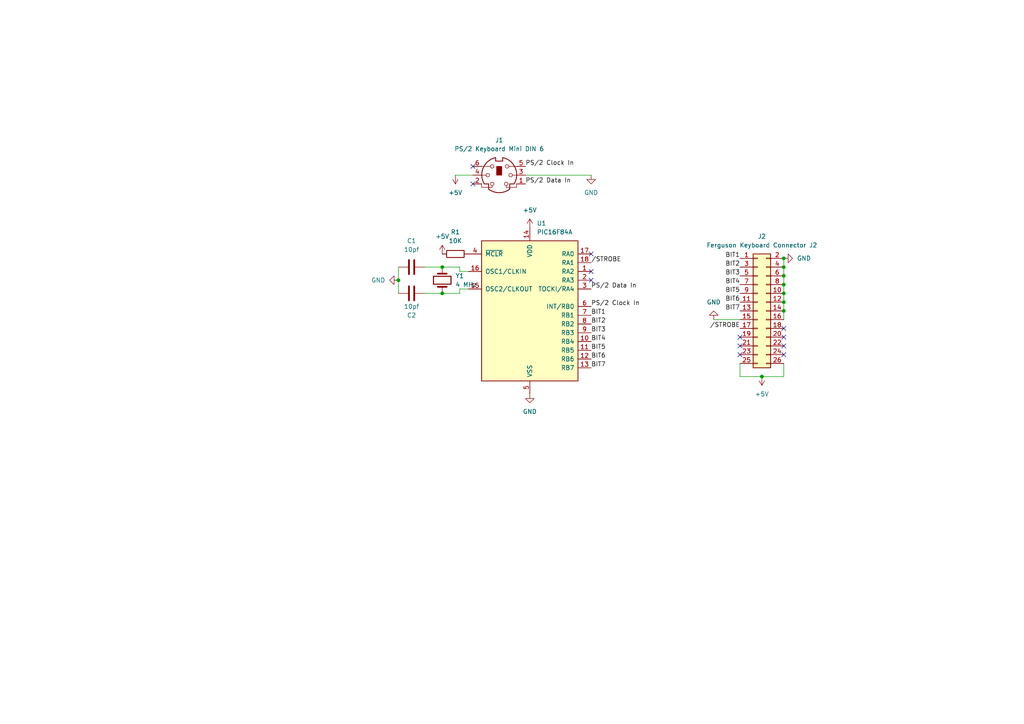
<source format=kicad_sch>
(kicad_sch (version 20211123) (generator eeschema)

  (uuid a87b4db2-d65f-40d8-a84e-24a23895d870)

  (paper "A4")

  (title_block
    (date "2023-03-03")
    (rev "v1.0")
  )

  (lib_symbols
    (symbol "Connector:Mini-DIN-6" (pin_names (offset 1.016)) (in_bom yes) (on_board yes)
      (property "Reference" "J" (id 0) (at 0 6.35 0)
        (effects (font (size 1.27 1.27)))
      )
      (property "Value" "Mini-DIN-6" (id 1) (at 0 -6.35 0)
        (effects (font (size 1.27 1.27)))
      )
      (property "Footprint" "" (id 2) (at 0 0 0)
        (effects (font (size 1.27 1.27)) hide)
      )
      (property "Datasheet" "http://service.powerdynamics.com/ec/Catalog17/Section%2011.pdf" (id 3) (at 0 0 0)
        (effects (font (size 1.27 1.27)) hide)
      )
      (property "ki_keywords" "Mini-DIN" (id 4) (at 0 0 0)
        (effects (font (size 1.27 1.27)) hide)
      )
      (property "ki_description" "6-pin Mini-DIN connector" (id 5) (at 0 0 0)
        (effects (font (size 1.27 1.27)) hide)
      )
      (property "ki_fp_filters" "MINI?DIN*" (id 6) (at 0 0 0)
        (effects (font (size 1.27 1.27)) hide)
      )
      (symbol "Mini-DIN-6_0_1"
        (circle (center -3.302 0) (radius 0.508)
          (stroke (width 0) (type default) (color 0 0 0 0))
          (fill (type none))
        )
        (arc (start -3.048 -4.064) (mid 0 -5.08) (end 3.048 -4.064)
          (stroke (width 0.254) (type default) (color 0 0 0 0))
          (fill (type none))
        )
        (circle (center -2.032 -2.54) (radius 0.508)
          (stroke (width 0) (type default) (color 0 0 0 0))
          (fill (type none))
        )
        (circle (center -2.032 2.54) (radius 0.508)
          (stroke (width 0) (type default) (color 0 0 0 0))
          (fill (type none))
        )
        (arc (start -1.016 5.08) (mid -4.6228 2.1214) (end -4.318 -2.54)
          (stroke (width 0.254) (type default) (color 0 0 0 0))
          (fill (type none))
        )
        (rectangle (start -0.762 2.54) (end 0.762 0)
          (stroke (width 0) (type default) (color 0 0 0 0))
          (fill (type outline))
        )
        (polyline
          (pts
            (xy -3.81 0)
            (xy -5.08 0)
          )
          (stroke (width 0) (type default) (color 0 0 0 0))
          (fill (type none))
        )
        (polyline
          (pts
            (xy -2.54 2.54)
            (xy -5.08 2.54)
          )
          (stroke (width 0) (type default) (color 0 0 0 0))
          (fill (type none))
        )
        (polyline
          (pts
            (xy 2.794 2.54)
            (xy 5.08 2.54)
          )
          (stroke (width 0) (type default) (color 0 0 0 0))
          (fill (type none))
        )
        (polyline
          (pts
            (xy 5.08 0)
            (xy 3.81 0)
          )
          (stroke (width 0) (type default) (color 0 0 0 0))
          (fill (type none))
        )
        (polyline
          (pts
            (xy -4.318 -2.54)
            (xy -3.048 -2.54)
            (xy -3.048 -4.064)
          )
          (stroke (width 0.254) (type default) (color 0 0 0 0))
          (fill (type none))
        )
        (polyline
          (pts
            (xy 4.318 -2.54)
            (xy 3.048 -2.54)
            (xy 3.048 -4.064)
          )
          (stroke (width 0.254) (type default) (color 0 0 0 0))
          (fill (type none))
        )
        (polyline
          (pts
            (xy -2.032 -3.048)
            (xy -2.032 -3.556)
            (xy -5.08 -3.556)
            (xy -5.08 -2.54)
          )
          (stroke (width 0) (type default) (color 0 0 0 0))
          (fill (type none))
        )
        (polyline
          (pts
            (xy -1.016 5.08)
            (xy -1.016 4.064)
            (xy 1.016 4.064)
            (xy 1.016 5.08)
          )
          (stroke (width 0.254) (type default) (color 0 0 0 0))
          (fill (type none))
        )
        (polyline
          (pts
            (xy 2.032 -3.048)
            (xy 2.032 -3.556)
            (xy 5.08 -3.556)
            (xy 5.08 -2.54)
          )
          (stroke (width 0) (type default) (color 0 0 0 0))
          (fill (type none))
        )
        (circle (center 2.032 -2.54) (radius 0.508)
          (stroke (width 0) (type default) (color 0 0 0 0))
          (fill (type none))
        )
        (circle (center 2.286 2.54) (radius 0.508)
          (stroke (width 0) (type default) (color 0 0 0 0))
          (fill (type none))
        )
        (circle (center 3.302 0) (radius 0.508)
          (stroke (width 0) (type default) (color 0 0 0 0))
          (fill (type none))
        )
        (arc (start 4.318 -2.54) (mid 4.6661 2.1322) (end 1.016 5.08)
          (stroke (width 0.254) (type default) (color 0 0 0 0))
          (fill (type none))
        )
      )
      (symbol "Mini-DIN-6_1_1"
        (pin passive line (at 7.62 -2.54 180) (length 2.54)
          (name "~" (effects (font (size 1.27 1.27))))
          (number "1" (effects (font (size 1.27 1.27))))
        )
        (pin passive line (at -7.62 -2.54 0) (length 2.54)
          (name "~" (effects (font (size 1.27 1.27))))
          (number "2" (effects (font (size 1.27 1.27))))
        )
        (pin passive line (at 7.62 0 180) (length 2.54)
          (name "~" (effects (font (size 1.27 1.27))))
          (number "3" (effects (font (size 1.27 1.27))))
        )
        (pin passive line (at -7.62 0 0) (length 2.54)
          (name "~" (effects (font (size 1.27 1.27))))
          (number "4" (effects (font (size 1.27 1.27))))
        )
        (pin passive line (at 7.62 2.54 180) (length 2.54)
          (name "~" (effects (font (size 1.27 1.27))))
          (number "5" (effects (font (size 1.27 1.27))))
        )
        (pin passive line (at -7.62 2.54 0) (length 2.54)
          (name "~" (effects (font (size 1.27 1.27))))
          (number "6" (effects (font (size 1.27 1.27))))
        )
      )
    )
    (symbol "Connector_Generic:Conn_02x13_Odd_Even" (pin_names (offset 1.016) hide) (in_bom yes) (on_board yes)
      (property "Reference" "J" (id 0) (at 1.27 17.78 0)
        (effects (font (size 1.27 1.27)))
      )
      (property "Value" "Conn_02x13_Odd_Even" (id 1) (at 1.27 -17.78 0)
        (effects (font (size 1.27 1.27)))
      )
      (property "Footprint" "" (id 2) (at 0 0 0)
        (effects (font (size 1.27 1.27)) hide)
      )
      (property "Datasheet" "~" (id 3) (at 0 0 0)
        (effects (font (size 1.27 1.27)) hide)
      )
      (property "ki_keywords" "connector" (id 4) (at 0 0 0)
        (effects (font (size 1.27 1.27)) hide)
      )
      (property "ki_description" "Generic connector, double row, 02x13, odd/even pin numbering scheme (row 1 odd numbers, row 2 even numbers), script generated (kicad-library-utils/schlib/autogen/connector/)" (id 5) (at 0 0 0)
        (effects (font (size 1.27 1.27)) hide)
      )
      (property "ki_fp_filters" "Connector*:*_2x??_*" (id 6) (at 0 0 0)
        (effects (font (size 1.27 1.27)) hide)
      )
      (symbol "Conn_02x13_Odd_Even_1_1"
        (rectangle (start -1.27 -15.113) (end 0 -15.367)
          (stroke (width 0.1524) (type default) (color 0 0 0 0))
          (fill (type none))
        )
        (rectangle (start -1.27 -12.573) (end 0 -12.827)
          (stroke (width 0.1524) (type default) (color 0 0 0 0))
          (fill (type none))
        )
        (rectangle (start -1.27 -10.033) (end 0 -10.287)
          (stroke (width 0.1524) (type default) (color 0 0 0 0))
          (fill (type none))
        )
        (rectangle (start -1.27 -7.493) (end 0 -7.747)
          (stroke (width 0.1524) (type default) (color 0 0 0 0))
          (fill (type none))
        )
        (rectangle (start -1.27 -4.953) (end 0 -5.207)
          (stroke (width 0.1524) (type default) (color 0 0 0 0))
          (fill (type none))
        )
        (rectangle (start -1.27 -2.413) (end 0 -2.667)
          (stroke (width 0.1524) (type default) (color 0 0 0 0))
          (fill (type none))
        )
        (rectangle (start -1.27 0.127) (end 0 -0.127)
          (stroke (width 0.1524) (type default) (color 0 0 0 0))
          (fill (type none))
        )
        (rectangle (start -1.27 2.667) (end 0 2.413)
          (stroke (width 0.1524) (type default) (color 0 0 0 0))
          (fill (type none))
        )
        (rectangle (start -1.27 5.207) (end 0 4.953)
          (stroke (width 0.1524) (type default) (color 0 0 0 0))
          (fill (type none))
        )
        (rectangle (start -1.27 7.747) (end 0 7.493)
          (stroke (width 0.1524) (type default) (color 0 0 0 0))
          (fill (type none))
        )
        (rectangle (start -1.27 10.287) (end 0 10.033)
          (stroke (width 0.1524) (type default) (color 0 0 0 0))
          (fill (type none))
        )
        (rectangle (start -1.27 12.827) (end 0 12.573)
          (stroke (width 0.1524) (type default) (color 0 0 0 0))
          (fill (type none))
        )
        (rectangle (start -1.27 15.367) (end 0 15.113)
          (stroke (width 0.1524) (type default) (color 0 0 0 0))
          (fill (type none))
        )
        (rectangle (start -1.27 16.51) (end 3.81 -16.51)
          (stroke (width 0.254) (type default) (color 0 0 0 0))
          (fill (type background))
        )
        (rectangle (start 3.81 -15.113) (end 2.54 -15.367)
          (stroke (width 0.1524) (type default) (color 0 0 0 0))
          (fill (type none))
        )
        (rectangle (start 3.81 -12.573) (end 2.54 -12.827)
          (stroke (width 0.1524) (type default) (color 0 0 0 0))
          (fill (type none))
        )
        (rectangle (start 3.81 -10.033) (end 2.54 -10.287)
          (stroke (width 0.1524) (type default) (color 0 0 0 0))
          (fill (type none))
        )
        (rectangle (start 3.81 -7.493) (end 2.54 -7.747)
          (stroke (width 0.1524) (type default) (color 0 0 0 0))
          (fill (type none))
        )
        (rectangle (start 3.81 -4.953) (end 2.54 -5.207)
          (stroke (width 0.1524) (type default) (color 0 0 0 0))
          (fill (type none))
        )
        (rectangle (start 3.81 -2.413) (end 2.54 -2.667)
          (stroke (width 0.1524) (type default) (color 0 0 0 0))
          (fill (type none))
        )
        (rectangle (start 3.81 0.127) (end 2.54 -0.127)
          (stroke (width 0.1524) (type default) (color 0 0 0 0))
          (fill (type none))
        )
        (rectangle (start 3.81 2.667) (end 2.54 2.413)
          (stroke (width 0.1524) (type default) (color 0 0 0 0))
          (fill (type none))
        )
        (rectangle (start 3.81 5.207) (end 2.54 4.953)
          (stroke (width 0.1524) (type default) (color 0 0 0 0))
          (fill (type none))
        )
        (rectangle (start 3.81 7.747) (end 2.54 7.493)
          (stroke (width 0.1524) (type default) (color 0 0 0 0))
          (fill (type none))
        )
        (rectangle (start 3.81 10.287) (end 2.54 10.033)
          (stroke (width 0.1524) (type default) (color 0 0 0 0))
          (fill (type none))
        )
        (rectangle (start 3.81 12.827) (end 2.54 12.573)
          (stroke (width 0.1524) (type default) (color 0 0 0 0))
          (fill (type none))
        )
        (rectangle (start 3.81 15.367) (end 2.54 15.113)
          (stroke (width 0.1524) (type default) (color 0 0 0 0))
          (fill (type none))
        )
        (pin passive line (at -5.08 15.24 0) (length 3.81)
          (name "Pin_1" (effects (font (size 1.27 1.27))))
          (number "1" (effects (font (size 1.27 1.27))))
        )
        (pin passive line (at 7.62 5.08 180) (length 3.81)
          (name "Pin_10" (effects (font (size 1.27 1.27))))
          (number "10" (effects (font (size 1.27 1.27))))
        )
        (pin passive line (at -5.08 2.54 0) (length 3.81)
          (name "Pin_11" (effects (font (size 1.27 1.27))))
          (number "11" (effects (font (size 1.27 1.27))))
        )
        (pin passive line (at 7.62 2.54 180) (length 3.81)
          (name "Pin_12" (effects (font (size 1.27 1.27))))
          (number "12" (effects (font (size 1.27 1.27))))
        )
        (pin passive line (at -5.08 0 0) (length 3.81)
          (name "Pin_13" (effects (font (size 1.27 1.27))))
          (number "13" (effects (font (size 1.27 1.27))))
        )
        (pin passive line (at 7.62 0 180) (length 3.81)
          (name "Pin_14" (effects (font (size 1.27 1.27))))
          (number "14" (effects (font (size 1.27 1.27))))
        )
        (pin passive line (at -5.08 -2.54 0) (length 3.81)
          (name "Pin_15" (effects (font (size 1.27 1.27))))
          (number "15" (effects (font (size 1.27 1.27))))
        )
        (pin passive line (at 7.62 -2.54 180) (length 3.81)
          (name "Pin_16" (effects (font (size 1.27 1.27))))
          (number "16" (effects (font (size 1.27 1.27))))
        )
        (pin passive line (at -5.08 -5.08 0) (length 3.81)
          (name "Pin_17" (effects (font (size 1.27 1.27))))
          (number "17" (effects (font (size 1.27 1.27))))
        )
        (pin passive line (at 7.62 -5.08 180) (length 3.81)
          (name "Pin_18" (effects (font (size 1.27 1.27))))
          (number "18" (effects (font (size 1.27 1.27))))
        )
        (pin passive line (at -5.08 -7.62 0) (length 3.81)
          (name "Pin_19" (effects (font (size 1.27 1.27))))
          (number "19" (effects (font (size 1.27 1.27))))
        )
        (pin passive line (at 7.62 15.24 180) (length 3.81)
          (name "Pin_2" (effects (font (size 1.27 1.27))))
          (number "2" (effects (font (size 1.27 1.27))))
        )
        (pin passive line (at 7.62 -7.62 180) (length 3.81)
          (name "Pin_20" (effects (font (size 1.27 1.27))))
          (number "20" (effects (font (size 1.27 1.27))))
        )
        (pin passive line (at -5.08 -10.16 0) (length 3.81)
          (name "Pin_21" (effects (font (size 1.27 1.27))))
          (number "21" (effects (font (size 1.27 1.27))))
        )
        (pin passive line (at 7.62 -10.16 180) (length 3.81)
          (name "Pin_22" (effects (font (size 1.27 1.27))))
          (number "22" (effects (font (size 1.27 1.27))))
        )
        (pin passive line (at -5.08 -12.7 0) (length 3.81)
          (name "Pin_23" (effects (font (size 1.27 1.27))))
          (number "23" (effects (font (size 1.27 1.27))))
        )
        (pin passive line (at 7.62 -12.7 180) (length 3.81)
          (name "Pin_24" (effects (font (size 1.27 1.27))))
          (number "24" (effects (font (size 1.27 1.27))))
        )
        (pin passive line (at -5.08 -15.24 0) (length 3.81)
          (name "Pin_25" (effects (font (size 1.27 1.27))))
          (number "25" (effects (font (size 1.27 1.27))))
        )
        (pin passive line (at 7.62 -15.24 180) (length 3.81)
          (name "Pin_26" (effects (font (size 1.27 1.27))))
          (number "26" (effects (font (size 1.27 1.27))))
        )
        (pin passive line (at -5.08 12.7 0) (length 3.81)
          (name "Pin_3" (effects (font (size 1.27 1.27))))
          (number "3" (effects (font (size 1.27 1.27))))
        )
        (pin passive line (at 7.62 12.7 180) (length 3.81)
          (name "Pin_4" (effects (font (size 1.27 1.27))))
          (number "4" (effects (font (size 1.27 1.27))))
        )
        (pin passive line (at -5.08 10.16 0) (length 3.81)
          (name "Pin_5" (effects (font (size 1.27 1.27))))
          (number "5" (effects (font (size 1.27 1.27))))
        )
        (pin passive line (at 7.62 10.16 180) (length 3.81)
          (name "Pin_6" (effects (font (size 1.27 1.27))))
          (number "6" (effects (font (size 1.27 1.27))))
        )
        (pin passive line (at -5.08 7.62 0) (length 3.81)
          (name "Pin_7" (effects (font (size 1.27 1.27))))
          (number "7" (effects (font (size 1.27 1.27))))
        )
        (pin passive line (at 7.62 7.62 180) (length 3.81)
          (name "Pin_8" (effects (font (size 1.27 1.27))))
          (number "8" (effects (font (size 1.27 1.27))))
        )
        (pin passive line (at -5.08 5.08 0) (length 3.81)
          (name "Pin_9" (effects (font (size 1.27 1.27))))
          (number "9" (effects (font (size 1.27 1.27))))
        )
      )
    )
    (symbol "Device:C" (pin_numbers hide) (pin_names (offset 0.254)) (in_bom yes) (on_board yes)
      (property "Reference" "C" (id 0) (at 0.635 2.54 0)
        (effects (font (size 1.27 1.27)) (justify left))
      )
      (property "Value" "C" (id 1) (at 0.635 -2.54 0)
        (effects (font (size 1.27 1.27)) (justify left))
      )
      (property "Footprint" "" (id 2) (at 0.9652 -3.81 0)
        (effects (font (size 1.27 1.27)) hide)
      )
      (property "Datasheet" "~" (id 3) (at 0 0 0)
        (effects (font (size 1.27 1.27)) hide)
      )
      (property "ki_keywords" "cap capacitor" (id 4) (at 0 0 0)
        (effects (font (size 1.27 1.27)) hide)
      )
      (property "ki_description" "Unpolarized capacitor" (id 5) (at 0 0 0)
        (effects (font (size 1.27 1.27)) hide)
      )
      (property "ki_fp_filters" "C_*" (id 6) (at 0 0 0)
        (effects (font (size 1.27 1.27)) hide)
      )
      (symbol "C_0_1"
        (polyline
          (pts
            (xy -2.032 -0.762)
            (xy 2.032 -0.762)
          )
          (stroke (width 0.508) (type default) (color 0 0 0 0))
          (fill (type none))
        )
        (polyline
          (pts
            (xy -2.032 0.762)
            (xy 2.032 0.762)
          )
          (stroke (width 0.508) (type default) (color 0 0 0 0))
          (fill (type none))
        )
      )
      (symbol "C_1_1"
        (pin passive line (at 0 3.81 270) (length 2.794)
          (name "~" (effects (font (size 1.27 1.27))))
          (number "1" (effects (font (size 1.27 1.27))))
        )
        (pin passive line (at 0 -3.81 90) (length 2.794)
          (name "~" (effects (font (size 1.27 1.27))))
          (number "2" (effects (font (size 1.27 1.27))))
        )
      )
    )
    (symbol "Device:Crystal" (pin_numbers hide) (pin_names (offset 1.016) hide) (in_bom yes) (on_board yes)
      (property "Reference" "Y" (id 0) (at 0 3.81 0)
        (effects (font (size 1.27 1.27)))
      )
      (property "Value" "Crystal" (id 1) (at 0 -3.81 0)
        (effects (font (size 1.27 1.27)))
      )
      (property "Footprint" "" (id 2) (at 0 0 0)
        (effects (font (size 1.27 1.27)) hide)
      )
      (property "Datasheet" "~" (id 3) (at 0 0 0)
        (effects (font (size 1.27 1.27)) hide)
      )
      (property "ki_keywords" "quartz ceramic resonator oscillator" (id 4) (at 0 0 0)
        (effects (font (size 1.27 1.27)) hide)
      )
      (property "ki_description" "Two pin crystal" (id 5) (at 0 0 0)
        (effects (font (size 1.27 1.27)) hide)
      )
      (property "ki_fp_filters" "Crystal*" (id 6) (at 0 0 0)
        (effects (font (size 1.27 1.27)) hide)
      )
      (symbol "Crystal_0_1"
        (rectangle (start -1.143 2.54) (end 1.143 -2.54)
          (stroke (width 0.3048) (type default) (color 0 0 0 0))
          (fill (type none))
        )
        (polyline
          (pts
            (xy -2.54 0)
            (xy -1.905 0)
          )
          (stroke (width 0) (type default) (color 0 0 0 0))
          (fill (type none))
        )
        (polyline
          (pts
            (xy -1.905 -1.27)
            (xy -1.905 1.27)
          )
          (stroke (width 0.508) (type default) (color 0 0 0 0))
          (fill (type none))
        )
        (polyline
          (pts
            (xy 1.905 -1.27)
            (xy 1.905 1.27)
          )
          (stroke (width 0.508) (type default) (color 0 0 0 0))
          (fill (type none))
        )
        (polyline
          (pts
            (xy 2.54 0)
            (xy 1.905 0)
          )
          (stroke (width 0) (type default) (color 0 0 0 0))
          (fill (type none))
        )
      )
      (symbol "Crystal_1_1"
        (pin passive line (at -3.81 0 0) (length 1.27)
          (name "1" (effects (font (size 1.27 1.27))))
          (number "1" (effects (font (size 1.27 1.27))))
        )
        (pin passive line (at 3.81 0 180) (length 1.27)
          (name "2" (effects (font (size 1.27 1.27))))
          (number "2" (effects (font (size 1.27 1.27))))
        )
      )
    )
    (symbol "Device:R" (pin_numbers hide) (pin_names (offset 0)) (in_bom yes) (on_board yes)
      (property "Reference" "R" (id 0) (at 2.032 0 90)
        (effects (font (size 1.27 1.27)))
      )
      (property "Value" "R" (id 1) (at 0 0 90)
        (effects (font (size 1.27 1.27)))
      )
      (property "Footprint" "" (id 2) (at -1.778 0 90)
        (effects (font (size 1.27 1.27)) hide)
      )
      (property "Datasheet" "~" (id 3) (at 0 0 0)
        (effects (font (size 1.27 1.27)) hide)
      )
      (property "ki_keywords" "R res resistor" (id 4) (at 0 0 0)
        (effects (font (size 1.27 1.27)) hide)
      )
      (property "ki_description" "Resistor" (id 5) (at 0 0 0)
        (effects (font (size 1.27 1.27)) hide)
      )
      (property "ki_fp_filters" "R_*" (id 6) (at 0 0 0)
        (effects (font (size 1.27 1.27)) hide)
      )
      (symbol "R_0_1"
        (rectangle (start -1.016 -2.54) (end 1.016 2.54)
          (stroke (width 0.254) (type default) (color 0 0 0 0))
          (fill (type none))
        )
      )
      (symbol "R_1_1"
        (pin passive line (at 0 3.81 270) (length 1.27)
          (name "~" (effects (font (size 1.27 1.27))))
          (number "1" (effects (font (size 1.27 1.27))))
        )
        (pin passive line (at 0 -3.81 90) (length 1.27)
          (name "~" (effects (font (size 1.27 1.27))))
          (number "2" (effects (font (size 1.27 1.27))))
        )
      )
    )
    (symbol "MCU_Microchip_PIC16:PIC16F84A-XXP" (pin_names (offset 1.016)) (in_bom yes) (on_board yes)
      (property "Reference" "U" (id 0) (at 2.54 22.86 0)
        (effects (font (size 1.27 1.27)) (justify left))
      )
      (property "Value" "PIC16F84A-XXP" (id 1) (at 2.54 20.32 0)
        (effects (font (size 1.27 1.27)) (justify left))
      )
      (property "Footprint" "" (id 2) (at 0 0 0)
        (effects (font (size 1.27 1.27) italic) hide)
      )
      (property "Datasheet" "http://ww1.microchip.com/downloads/en/devicedoc/35007b.pdf" (id 3) (at 0 0 0)
        (effects (font (size 1.27 1.27)) hide)
      )
      (property "ki_keywords" "Flash-Based 8-Bit Microcontroller" (id 4) (at 0 0 0)
        (effects (font (size 1.27 1.27)) hide)
      )
      (property "ki_description" "PIC16F84A, 1K Flash, 68B SRAM, 64B EEPROM, DIP18" (id 5) (at 0 0 0)
        (effects (font (size 1.27 1.27)) hide)
      )
      (property "ki_fp_filters" "DIP* PDIP*" (id 6) (at 0 0 0)
        (effects (font (size 1.27 1.27)) hide)
      )
      (symbol "PIC16F84A-XXP_0_1"
        (rectangle (start -13.97 19.05) (end 13.97 -21.59)
          (stroke (width 0.254) (type default) (color 0 0 0 0))
          (fill (type background))
        )
      )
      (symbol "PIC16F84A-XXP_1_1"
        (pin bidirectional line (at 17.78 10.16 180) (length 3.81)
          (name "RA2" (effects (font (size 1.27 1.27))))
          (number "1" (effects (font (size 1.27 1.27))))
        )
        (pin bidirectional line (at 17.78 -10.16 180) (length 3.81)
          (name "RB4" (effects (font (size 1.27 1.27))))
          (number "10" (effects (font (size 1.27 1.27))))
        )
        (pin bidirectional line (at 17.78 -12.7 180) (length 3.81)
          (name "RB5" (effects (font (size 1.27 1.27))))
          (number "11" (effects (font (size 1.27 1.27))))
        )
        (pin bidirectional line (at 17.78 -15.24 180) (length 3.81)
          (name "RB6" (effects (font (size 1.27 1.27))))
          (number "12" (effects (font (size 1.27 1.27))))
        )
        (pin bidirectional line (at 17.78 -17.78 180) (length 3.81)
          (name "RB7" (effects (font (size 1.27 1.27))))
          (number "13" (effects (font (size 1.27 1.27))))
        )
        (pin power_in line (at 0 22.86 270) (length 3.81)
          (name "VDD" (effects (font (size 1.27 1.27))))
          (number "14" (effects (font (size 1.27 1.27))))
        )
        (pin output line (at -17.78 5.08 0) (length 3.81)
          (name "OSC2/CLKOUT" (effects (font (size 1.27 1.27))))
          (number "15" (effects (font (size 1.27 1.27))))
        )
        (pin input line (at -17.78 10.16 0) (length 3.81)
          (name "OSC1/CLKIN" (effects (font (size 1.27 1.27))))
          (number "16" (effects (font (size 1.27 1.27))))
        )
        (pin bidirectional line (at 17.78 15.24 180) (length 3.81)
          (name "RA0" (effects (font (size 1.27 1.27))))
          (number "17" (effects (font (size 1.27 1.27))))
        )
        (pin bidirectional line (at 17.78 12.7 180) (length 3.81)
          (name "RA1" (effects (font (size 1.27 1.27))))
          (number "18" (effects (font (size 1.27 1.27))))
        )
        (pin bidirectional line (at 17.78 7.62 180) (length 3.81)
          (name "RA3" (effects (font (size 1.27 1.27))))
          (number "2" (effects (font (size 1.27 1.27))))
        )
        (pin bidirectional line (at 17.78 5.08 180) (length 3.81)
          (name "TOCKI/RA4" (effects (font (size 1.27 1.27))))
          (number "3" (effects (font (size 1.27 1.27))))
        )
        (pin input line (at -17.78 15.24 0) (length 3.81)
          (name "~{MCLR}" (effects (font (size 1.27 1.27))))
          (number "4" (effects (font (size 1.27 1.27))))
        )
        (pin power_in line (at 0 -25.4 90) (length 3.81)
          (name "VSS" (effects (font (size 1.27 1.27))))
          (number "5" (effects (font (size 1.27 1.27))))
        )
        (pin bidirectional line (at 17.78 0 180) (length 3.81)
          (name "INT/RB0" (effects (font (size 1.27 1.27))))
          (number "6" (effects (font (size 1.27 1.27))))
        )
        (pin bidirectional line (at 17.78 -2.54 180) (length 3.81)
          (name "RB1" (effects (font (size 1.27 1.27))))
          (number "7" (effects (font (size 1.27 1.27))))
        )
        (pin bidirectional line (at 17.78 -5.08 180) (length 3.81)
          (name "RB2" (effects (font (size 1.27 1.27))))
          (number "8" (effects (font (size 1.27 1.27))))
        )
        (pin bidirectional line (at 17.78 -7.62 180) (length 3.81)
          (name "RB3" (effects (font (size 1.27 1.27))))
          (number "9" (effects (font (size 1.27 1.27))))
        )
      )
    )
    (symbol "power:+5V" (power) (pin_names (offset 0)) (in_bom yes) (on_board yes)
      (property "Reference" "#PWR" (id 0) (at 0 -3.81 0)
        (effects (font (size 1.27 1.27)) hide)
      )
      (property "Value" "+5V" (id 1) (at 0 3.556 0)
        (effects (font (size 1.27 1.27)))
      )
      (property "Footprint" "" (id 2) (at 0 0 0)
        (effects (font (size 1.27 1.27)) hide)
      )
      (property "Datasheet" "" (id 3) (at 0 0 0)
        (effects (font (size 1.27 1.27)) hide)
      )
      (property "ki_keywords" "global power" (id 4) (at 0 0 0)
        (effects (font (size 1.27 1.27)) hide)
      )
      (property "ki_description" "Power symbol creates a global label with name \"+5V\"" (id 5) (at 0 0 0)
        (effects (font (size 1.27 1.27)) hide)
      )
      (symbol "+5V_0_1"
        (polyline
          (pts
            (xy -0.762 1.27)
            (xy 0 2.54)
          )
          (stroke (width 0) (type default) (color 0 0 0 0))
          (fill (type none))
        )
        (polyline
          (pts
            (xy 0 0)
            (xy 0 2.54)
          )
          (stroke (width 0) (type default) (color 0 0 0 0))
          (fill (type none))
        )
        (polyline
          (pts
            (xy 0 2.54)
            (xy 0.762 1.27)
          )
          (stroke (width 0) (type default) (color 0 0 0 0))
          (fill (type none))
        )
      )
      (symbol "+5V_1_1"
        (pin power_in line (at 0 0 90) (length 0) hide
          (name "+5V" (effects (font (size 1.27 1.27))))
          (number "1" (effects (font (size 1.27 1.27))))
        )
      )
    )
    (symbol "power:GND" (power) (pin_names (offset 0)) (in_bom yes) (on_board yes)
      (property "Reference" "#PWR" (id 0) (at 0 -6.35 0)
        (effects (font (size 1.27 1.27)) hide)
      )
      (property "Value" "GND" (id 1) (at 0 -3.81 0)
        (effects (font (size 1.27 1.27)))
      )
      (property "Footprint" "" (id 2) (at 0 0 0)
        (effects (font (size 1.27 1.27)) hide)
      )
      (property "Datasheet" "" (id 3) (at 0 0 0)
        (effects (font (size 1.27 1.27)) hide)
      )
      (property "ki_keywords" "global power" (id 4) (at 0 0 0)
        (effects (font (size 1.27 1.27)) hide)
      )
      (property "ki_description" "Power symbol creates a global label with name \"GND\" , ground" (id 5) (at 0 0 0)
        (effects (font (size 1.27 1.27)) hide)
      )
      (symbol "GND_0_1"
        (polyline
          (pts
            (xy 0 0)
            (xy 0 -1.27)
            (xy 1.27 -1.27)
            (xy 0 -2.54)
            (xy -1.27 -1.27)
            (xy 0 -1.27)
          )
          (stroke (width 0) (type default) (color 0 0 0 0))
          (fill (type none))
        )
      )
      (symbol "GND_1_1"
        (pin power_in line (at 0 0 270) (length 0) hide
          (name "GND" (effects (font (size 1.27 1.27))))
          (number "1" (effects (font (size 1.27 1.27))))
        )
      )
    )
  )

  (junction (at 115.57 81.28) (diameter 0) (color 0 0 0 0)
    (uuid 01b0ddeb-47d5-4eb4-86b6-fffdcef651fc)
  )
  (junction (at 128.27 85.09) (diameter 0) (color 0 0 0 0)
    (uuid 1831edbc-e9dd-4423-976a-a9787a5b4a7e)
  )
  (junction (at 128.27 77.47) (diameter 0) (color 0 0 0 0)
    (uuid 3b629f34-65ad-46fd-a2be-6e2ff7aa5549)
  )
  (junction (at 227.33 82.55) (diameter 0) (color 0 0 0 0)
    (uuid 4e3886bb-d528-48d2-8bae-5eb5c7ab53b5)
  )
  (junction (at 227.33 80.01) (diameter 0) (color 0 0 0 0)
    (uuid 5e309627-93cb-4b8a-a7e7-58c3b3e9bf2b)
  )
  (junction (at 227.33 85.09) (diameter 0) (color 0 0 0 0)
    (uuid 6892ef85-a846-4c7b-a36f-3721da7604d5)
  )
  (junction (at 227.33 74.93) (diameter 0) (color 0 0 0 0)
    (uuid a3499495-2921-426e-86c5-9f9b7f01879c)
  )
  (junction (at 227.33 87.63) (diameter 0) (color 0 0 0 0)
    (uuid b7645c88-9caf-4463-8f04-6235b83124b1)
  )
  (junction (at 227.33 77.47) (diameter 0) (color 0 0 0 0)
    (uuid d263039c-7fd4-4409-98c5-177ee6cfd391)
  )
  (junction (at 227.33 90.17) (diameter 0) (color 0 0 0 0)
    (uuid f4dde31c-5bd4-44c8-b49a-d6a1aafc2498)
  )
  (junction (at 220.98 109.22) (diameter 0) (color 0 0 0 0)
    (uuid f5a7bb5e-da23-457b-9f31-064937d941b9)
  )

  (no_connect (at 214.63 100.33) (uuid 184d6bff-3d62-4567-9b40-ff2347e2194d))
  (no_connect (at 214.63 97.79) (uuid 1d218c1d-dc27-4fde-b065-bb15fd40829d))
  (no_connect (at 137.16 53.34) (uuid 2814557a-3c5b-4361-aef2-bed7e3920326))
  (no_connect (at 171.45 81.28) (uuid 5164d1dc-14f4-4c0b-b0b5-d3e03d7fe566))
  (no_connect (at 227.33 95.25) (uuid 675d5fd4-7d03-4039-8caa-29c29c4d81af))
  (no_connect (at 214.63 102.87) (uuid 91a9b3b3-93f1-4b39-abd0-a6ebf2a779cb))
  (no_connect (at 227.33 100.33) (uuid abf81c0b-b6e9-4a49-96d6-4a1af48949fb))
  (no_connect (at 171.45 78.74) (uuid b991e663-0b67-4360-b53e-9b162b274e9b))
  (no_connect (at 227.33 102.87) (uuid c4d9d764-a8e8-4d2f-8598-0ffa697cca7d))
  (no_connect (at 227.33 97.79) (uuid c7b34064-8b3f-4172-a86e-62c3c3bfa6dc))
  (no_connect (at 137.16 48.26) (uuid de4f0a17-c19e-4192-a93c-5ad5898bbc7b))
  (no_connect (at 171.45 73.66) (uuid ff3d9c60-8354-4655-98fa-96112f0c9935))

  (wire (pts (xy 133.35 85.09) (xy 128.27 85.09))
    (stroke (width 0) (type default) (color 0 0 0 0))
    (uuid 065340d5-ec64-488a-b254-aa28ed6dfaa0)
  )
  (wire (pts (xy 227.33 85.09) (xy 227.33 87.63))
    (stroke (width 0) (type default) (color 0 0 0 0))
    (uuid 0719758f-eed1-49d0-ae17-466feb6c0cca)
  )
  (wire (pts (xy 133.35 77.47) (xy 128.27 77.47))
    (stroke (width 0) (type default) (color 0 0 0 0))
    (uuid 0ebf5181-9386-4845-a423-0fda1bffdfac)
  )
  (wire (pts (xy 227.33 77.47) (xy 227.33 80.01))
    (stroke (width 0) (type default) (color 0 0 0 0))
    (uuid 111a766e-c6dd-44ea-810e-e1f49299de4d)
  )
  (wire (pts (xy 123.19 85.09) (xy 128.27 85.09))
    (stroke (width 0) (type default) (color 0 0 0 0))
    (uuid 11b965bc-2ce2-451b-95a4-c38d92764aae)
  )
  (wire (pts (xy 207.01 92.71) (xy 214.63 92.71))
    (stroke (width 0) (type default) (color 0 0 0 0))
    (uuid 366ac66b-546a-4247-890d-2c507f5e8f55)
  )
  (wire (pts (xy 227.33 90.17) (xy 227.33 92.71))
    (stroke (width 0) (type default) (color 0 0 0 0))
    (uuid 39f99cbe-9c6b-40ed-8385-027714745806)
  )
  (wire (pts (xy 214.63 105.41) (xy 214.63 109.22))
    (stroke (width 0) (type default) (color 0 0 0 0))
    (uuid 4fef9f24-cda9-40e1-baa4-e03087e9bb41)
  )
  (wire (pts (xy 220.98 109.22) (xy 227.33 109.22))
    (stroke (width 0) (type default) (color 0 0 0 0))
    (uuid 5140f72e-4761-417b-9349-281167507ec3)
  )
  (wire (pts (xy 133.35 78.74) (xy 133.35 77.47))
    (stroke (width 0) (type default) (color 0 0 0 0))
    (uuid 52262b36-0f53-40d6-bf07-0ada1e63814a)
  )
  (wire (pts (xy 115.57 81.28) (xy 115.57 85.09))
    (stroke (width 0) (type default) (color 0 0 0 0))
    (uuid 58fa507d-c8b8-4a8c-89d0-41c681e687b4)
  )
  (wire (pts (xy 135.89 78.74) (xy 133.35 78.74))
    (stroke (width 0) (type default) (color 0 0 0 0))
    (uuid 60f83ad0-63bb-4b9a-a4bd-ee09a6553bdc)
  )
  (wire (pts (xy 227.33 109.22) (xy 227.33 105.41))
    (stroke (width 0) (type default) (color 0 0 0 0))
    (uuid 7294d57c-9033-4f82-8c40-8f74647ef080)
  )
  (wire (pts (xy 133.35 83.82) (xy 133.35 85.09))
    (stroke (width 0) (type default) (color 0 0 0 0))
    (uuid 81ec9056-21fb-4cb8-bba6-63a6860ab814)
  )
  (wire (pts (xy 152.4 50.8) (xy 171.45 50.8))
    (stroke (width 0) (type default) (color 0 0 0 0))
    (uuid 88ece016-9f5f-4d5a-be1f-c28a47113193)
  )
  (wire (pts (xy 135.89 83.82) (xy 133.35 83.82))
    (stroke (width 0) (type default) (color 0 0 0 0))
    (uuid 99641b88-62fb-4a07-8097-bd7887b21645)
  )
  (wire (pts (xy 227.33 74.93) (xy 227.33 77.47))
    (stroke (width 0) (type default) (color 0 0 0 0))
    (uuid 9a1644d5-fc70-4abc-b8b4-361dcc580da9)
  )
  (wire (pts (xy 115.57 77.47) (xy 115.57 81.28))
    (stroke (width 0) (type default) (color 0 0 0 0))
    (uuid 9a33332c-ded3-45d7-acf3-7f2519cf0cb5)
  )
  (wire (pts (xy 132.08 50.8) (xy 137.16 50.8))
    (stroke (width 0) (type default) (color 0 0 0 0))
    (uuid a0dce01f-2225-4330-90bc-122010b50cce)
  )
  (wire (pts (xy 214.63 109.22) (xy 220.98 109.22))
    (stroke (width 0) (type default) (color 0 0 0 0))
    (uuid a167b60e-814e-4972-bbf2-2d069abe33ae)
  )
  (wire (pts (xy 123.19 77.47) (xy 128.27 77.47))
    (stroke (width 0) (type default) (color 0 0 0 0))
    (uuid b514c655-26ec-442d-bd0d-ef03c613ff14)
  )
  (wire (pts (xy 227.33 80.01) (xy 227.33 82.55))
    (stroke (width 0) (type default) (color 0 0 0 0))
    (uuid b8d3edd6-a81d-4a6b-8b30-425b3e3aff3c)
  )
  (wire (pts (xy 227.33 87.63) (xy 227.33 90.17))
    (stroke (width 0) (type default) (color 0 0 0 0))
    (uuid cf6af29f-52e6-4736-8133-6ba6f5937bca)
  )
  (wire (pts (xy 227.33 82.55) (xy 227.33 85.09))
    (stroke (width 0) (type default) (color 0 0 0 0))
    (uuid e5cf150d-8fb5-488a-8049-f316c120161b)
  )

  (label "BIT1" (at 171.45 91.44 0)
    (effects (font (size 1.27 1.27)) (justify left bottom))
    (uuid 02be8029-9426-472b-b1f2-dafa7b38985e)
  )
  (label "BIT3" (at 171.45 96.52 0)
    (effects (font (size 1.27 1.27)) (justify left bottom))
    (uuid 19108e63-16a5-4db7-bdf7-be55a28bd2c8)
  )
  (label "BIT5" (at 214.63 85.09 180)
    (effects (font (size 1.27 1.27)) (justify right bottom))
    (uuid 1af502e8-40e1-446f-8524-9b620a72c79b)
  )
  (label "BIT6" (at 171.45 104.14 0)
    (effects (font (size 1.27 1.27)) (justify left bottom))
    (uuid 1b2010f5-fbcf-4b3d-82fc-dddab95d0766)
  )
  (label "PS{slash}2 Data In" (at 171.45 83.82 0)
    (effects (font (size 1.27 1.27)) (justify left bottom))
    (uuid 3510bf06-da77-4b7a-9ac3-fa37389043b1)
  )
  (label "PS{slash}2 Clock In" (at 152.4 48.26 0)
    (effects (font (size 1.27 1.27)) (justify left bottom))
    (uuid 36e0e3d1-649c-4e08-a533-d83639c54d8f)
  )
  (label "BIT7" (at 214.63 90.17 180)
    (effects (font (size 1.27 1.27)) (justify right bottom))
    (uuid 42ac23c1-db60-4d6f-a3ef-f697d108f612)
  )
  (label "PS{slash}2 Data In" (at 152.4 53.34 0)
    (effects (font (size 1.27 1.27)) (justify left bottom))
    (uuid 71762aa6-e4e6-411f-af70-be5c8b038c18)
  )
  (label "BIT2" (at 171.45 93.98 0)
    (effects (font (size 1.27 1.27)) (justify left bottom))
    (uuid 7e6b26f6-a28a-48b4-aed6-185f6ebd29e4)
  )
  (label "BIT3" (at 214.63 80.01 180)
    (effects (font (size 1.27 1.27)) (justify right bottom))
    (uuid 8a62a20f-3e36-4ebb-98b1-d94de936e166)
  )
  (label "BIT2" (at 214.63 77.47 180)
    (effects (font (size 1.27 1.27)) (justify right bottom))
    (uuid 94d96747-c112-4e85-98ae-70b8e2c64a4c)
  )
  (label "BIT7" (at 171.45 106.68 0)
    (effects (font (size 1.27 1.27)) (justify left bottom))
    (uuid a80f504b-d5de-4dcb-a682-d71d7517f504)
  )
  (label "{slash}STROBE" (at 171.45 76.2 0)
    (effects (font (size 1.27 1.27)) (justify left bottom))
    (uuid bbae617a-13ec-4fac-8e80-0b578766344f)
  )
  (label "{slash}STROBE" (at 214.63 95.25 180)
    (effects (font (size 1.27 1.27)) (justify right bottom))
    (uuid c200f246-ef21-4df0-9ad5-6753f0107658)
  )
  (label "BIT6" (at 214.63 87.63 180)
    (effects (font (size 1.27 1.27)) (justify right bottom))
    (uuid d22d15f1-de4f-4ab3-88b6-7307a0e2312c)
  )
  (label "BIT5" (at 171.45 101.6 0)
    (effects (font (size 1.27 1.27)) (justify left bottom))
    (uuid d555e231-8006-481b-918f-5710dbc389d9)
  )
  (label "BIT4" (at 171.45 99.06 0)
    (effects (font (size 1.27 1.27)) (justify left bottom))
    (uuid e2cbf6b5-168b-4b62-8976-932b3a82b574)
  )
  (label "PS{slash}2 Clock In" (at 171.45 88.9 0)
    (effects (font (size 1.27 1.27)) (justify left bottom))
    (uuid f1d170e9-9da0-4146-81bb-34b6f19cc32f)
  )
  (label "BIT1" (at 214.63 74.93 180)
    (effects (font (size 1.27 1.27)) (justify right bottom))
    (uuid f82d2f88-9d37-449e-97e7-cc11dfe1cb88)
  )
  (label "BIT4" (at 214.63 82.55 180)
    (effects (font (size 1.27 1.27)) (justify right bottom))
    (uuid ff52c10f-d953-4922-bcd9-e01139cb44be)
  )

  (symbol (lib_id "Device:Crystal") (at 128.27 81.28 270) (unit 1)
    (in_bom yes) (on_board yes) (fields_autoplaced)
    (uuid 0c00de07-0466-4dd5-aec6-acf8184f92f3)
    (property "Reference" "Y1" (id 0) (at 132.08 80.0099 90)
      (effects (font (size 1.27 1.27)) (justify left))
    )
    (property "Value" "4 MHz" (id 1) (at 132.08 82.5499 90)
      (effects (font (size 1.27 1.27)) (justify left))
    )
    (property "Footprint" "Crystal:Crystal_HC49-U_Vertical" (id 2) (at 128.27 81.28 0)
      (effects (font (size 1.27 1.27)) hide)
    )
    (property "Datasheet" "~" (id 3) (at 128.27 81.28 0)
      (effects (font (size 1.27 1.27)) hide)
    )
    (pin "1" (uuid 328593c2-e67b-4b8c-b9fd-e417244d2feb))
    (pin "2" (uuid 960dbac8-9b61-447f-b175-31a10177fca6))
  )

  (symbol (lib_id "Connector_Generic:Conn_02x13_Odd_Even") (at 219.71 90.17 0) (unit 1)
    (in_bom yes) (on_board yes) (fields_autoplaced)
    (uuid 294e6379-552f-4b27-b332-431d8c15f323)
    (property "Reference" "J2" (id 0) (at 220.98 68.58 0))
    (property "Value" "Ferguson Keyboard Connector J2" (id 1) (at 220.98 71.12 0))
    (property "Footprint" "Connector_PinSocket_2.54mm:PinSocket_2x13_P2.54mm_Horizontal" (id 2) (at 219.71 90.17 0)
      (effects (font (size 1.27 1.27)) hide)
    )
    (property "Datasheet" "~" (id 3) (at 219.71 90.17 0)
      (effects (font (size 1.27 1.27)) hide)
    )
    (pin "1" (uuid e5b9cf37-e8b0-4592-bc0d-62554d85a220))
    (pin "10" (uuid 54e85c40-d187-40cd-9d80-6c7d5fd0d8b5))
    (pin "11" (uuid a809fcd9-01a0-491d-af99-34a0f235357a))
    (pin "12" (uuid 3e60bbb0-cdfb-4e98-8069-4b4c2ee538e0))
    (pin "13" (uuid b7921889-b7d9-4f7d-9a07-48ee5a395736))
    (pin "14" (uuid 96dc985b-8c03-4100-89ad-7d2bccf64bea))
    (pin "15" (uuid 2220b0aa-8cab-472d-b0a9-b50bf1e18a0f))
    (pin "16" (uuid d23128aa-f2ec-464e-baab-a1d9700eb743))
    (pin "17" (uuid cb5f5e86-8907-4432-bbb8-eb409c658caf))
    (pin "18" (uuid 229c6bdc-e265-4b23-8407-710747664bb4))
    (pin "19" (uuid 1710f509-5dcf-4d05-8aa2-4025d80b506d))
    (pin "2" (uuid a66520eb-c80e-4efa-818b-e6b4457deb9d))
    (pin "20" (uuid 84279bd8-031e-4137-945d-b2125844af7d))
    (pin "21" (uuid d2b90a59-e1b9-4caa-ae1e-3cbd7255d292))
    (pin "22" (uuid 5ead8231-bf3f-43a6-bc6e-c57d1f24c8b4))
    (pin "23" (uuid 3a460dc4-37a1-4e74-b8b1-43a2ae7f2318))
    (pin "24" (uuid d0c48ac6-19e7-4d23-8475-a802e170a527))
    (pin "25" (uuid 89cf7376-f58d-49dd-a6ba-1db88377a645))
    (pin "26" (uuid 32ef5ed0-1210-4ec0-982a-433f7d28afb9))
    (pin "3" (uuid 13d155ee-50b8-4dd3-a405-910cb2bc73de))
    (pin "4" (uuid ba15409d-9aaf-42d5-a8ea-bc10f1203339))
    (pin "5" (uuid 1b75083d-cd22-45ad-ad46-a2407ba5a203))
    (pin "6" (uuid 26c76c2b-d982-426a-99f9-89d5fe521bc2))
    (pin "7" (uuid 61728809-2e00-4ce5-99ed-a8538d73f3c9))
    (pin "8" (uuid e313332e-caf7-4d34-97ab-a7efbfe34dfa))
    (pin "9" (uuid f0501ac9-ac28-4385-aeab-4372d93949d7))
  )

  (symbol (lib_id "Device:C") (at 119.38 85.09 90) (unit 1)
    (in_bom yes) (on_board yes)
    (uuid 476796b5-9101-4a52-b14d-b4de02a57d46)
    (property "Reference" "C2" (id 0) (at 119.38 91.44 90))
    (property "Value" "10pf" (id 1) (at 119.38 88.9 90))
    (property "Footprint" "Capacitor_THT:C_Rect_L4.0mm_W2.5mm_P2.50mm" (id 2) (at 123.19 84.1248 0)
      (effects (font (size 1.27 1.27)) hide)
    )
    (property "Datasheet" "~" (id 3) (at 119.38 85.09 0)
      (effects (font (size 1.27 1.27)) hide)
    )
    (pin "1" (uuid 8656bc11-4260-4ed2-a2d8-6039f0951698))
    (pin "2" (uuid f808ca18-57be-469c-9fcc-627eea4249f2))
  )

  (symbol (lib_id "power:+5V") (at 153.67 66.04 0) (unit 1)
    (in_bom yes) (on_board yes) (fields_autoplaced)
    (uuid 4cf95795-ee62-4537-978e-0161f4e466b0)
    (property "Reference" "#PWR0102" (id 0) (at 153.67 69.85 0)
      (effects (font (size 1.27 1.27)) hide)
    )
    (property "Value" "+5V" (id 1) (at 153.67 60.96 0))
    (property "Footprint" "" (id 2) (at 153.67 66.04 0)
      (effects (font (size 1.27 1.27)) hide)
    )
    (property "Datasheet" "" (id 3) (at 153.67 66.04 0)
      (effects (font (size 1.27 1.27)) hide)
    )
    (pin "1" (uuid ae3a01c3-5000-4fbb-a203-c2c15588641e))
  )

  (symbol (lib_id "Device:C") (at 119.38 77.47 90) (unit 1)
    (in_bom yes) (on_board yes) (fields_autoplaced)
    (uuid 62a3806b-64f3-4758-9c5f-b7bc2303f211)
    (property "Reference" "C1" (id 0) (at 119.38 69.85 90))
    (property "Value" "10pf" (id 1) (at 119.38 72.39 90))
    (property "Footprint" "Capacitor_THT:C_Rect_L4.0mm_W2.5mm_P2.50mm" (id 2) (at 123.19 76.5048 0)
      (effects (font (size 1.27 1.27)) hide)
    )
    (property "Datasheet" "~" (id 3) (at 119.38 77.47 0)
      (effects (font (size 1.27 1.27)) hide)
    )
    (pin "1" (uuid 1898f110-2401-4392-964d-071ca8c07c75))
    (pin "2" (uuid eb8db13b-be0c-4451-ac07-5db89dca59c0))
  )

  (symbol (lib_id "power:GND") (at 115.57 81.28 270) (unit 1)
    (in_bom yes) (on_board yes) (fields_autoplaced)
    (uuid 7c2853b8-d58c-458e-9a25-a8e168cae985)
    (property "Reference" "#PWR0104" (id 0) (at 109.22 81.28 0)
      (effects (font (size 1.27 1.27)) hide)
    )
    (property "Value" "GND" (id 1) (at 111.76 81.2799 90)
      (effects (font (size 1.27 1.27)) (justify right))
    )
    (property "Footprint" "" (id 2) (at 115.57 81.28 0)
      (effects (font (size 1.27 1.27)) hide)
    )
    (property "Datasheet" "" (id 3) (at 115.57 81.28 0)
      (effects (font (size 1.27 1.27)) hide)
    )
    (pin "1" (uuid f7dbda90-4603-460c-acc6-3f0a4d0b8208))
  )

  (symbol (lib_id "power:GND") (at 227.33 74.93 90) (unit 1)
    (in_bom yes) (on_board yes) (fields_autoplaced)
    (uuid 7e8878a5-6adc-4df9-8634-4f42e9f04702)
    (property "Reference" "#PWR0107" (id 0) (at 233.68 74.93 0)
      (effects (font (size 1.27 1.27)) hide)
    )
    (property "Value" "GND" (id 1) (at 231.14 74.9299 90)
      (effects (font (size 1.27 1.27)) (justify right))
    )
    (property "Footprint" "" (id 2) (at 227.33 74.93 0)
      (effects (font (size 1.27 1.27)) hide)
    )
    (property "Datasheet" "" (id 3) (at 227.33 74.93 0)
      (effects (font (size 1.27 1.27)) hide)
    )
    (pin "1" (uuid f8983677-2370-42c2-9359-876e51982767))
  )

  (symbol (lib_id "MCU_Microchip_PIC16:PIC16F84A-XXP") (at 153.67 88.9 0) (unit 1)
    (in_bom yes) (on_board yes) (fields_autoplaced)
    (uuid 8342de51-80e1-44d4-8a9c-fe8f9e4bb540)
    (property "Reference" "U1" (id 0) (at 155.6894 64.77 0)
      (effects (font (size 1.27 1.27)) (justify left))
    )
    (property "Value" "PIC16F84A" (id 1) (at 155.6894 67.31 0)
      (effects (font (size 1.27 1.27)) (justify left))
    )
    (property "Footprint" "Package_DIP:DIP-18_W7.62mm_Socket" (id 2) (at 153.67 88.9 0)
      (effects (font (size 1.27 1.27) italic) hide)
    )
    (property "Datasheet" "http://ww1.microchip.com/downloads/en/devicedoc/35007b.pdf" (id 3) (at 153.67 88.9 0)
      (effects (font (size 1.27 1.27)) hide)
    )
    (pin "1" (uuid dadc4d9c-0d91-4921-84c4-aee143c38da6))
    (pin "10" (uuid 7c07276e-89d2-4bbd-b170-eb29aa094eef))
    (pin "11" (uuid 575aa733-b97a-4554-8c72-68f03b6a58cf))
    (pin "12" (uuid ccddeaff-f507-4bc7-8edf-ddaa70756302))
    (pin "13" (uuid abdb6ab4-913b-4152-8641-9c13994e4063))
    (pin "14" (uuid 54f5d6ac-a171-4ecd-b298-640346b3f14a))
    (pin "15" (uuid 5705f87e-b61b-4dfc-a0d7-43ac9730e724))
    (pin "16" (uuid c166b47e-a10a-424b-bd14-44fa379a1f32))
    (pin "17" (uuid 0bc97919-b9d4-4759-b3ec-a5937b64b798))
    (pin "18" (uuid a382feb1-f0ed-49bb-ba78-1c272d59932c))
    (pin "2" (uuid 498a40de-a3e4-4e77-aee6-86b224429ca8))
    (pin "3" (uuid 94084b90-0b31-4e10-9d5e-6c661f2081e6))
    (pin "4" (uuid c05cd560-b49b-4da0-813d-918ff56c0589))
    (pin "5" (uuid 18151bcf-3398-4b32-9897-367058439534))
    (pin "6" (uuid ac2adcd1-9493-4cb0-a2c7-63bcf13324ec))
    (pin "7" (uuid fbb6ab67-492f-4ce5-99b1-63880545b12d))
    (pin "8" (uuid 91b33823-340b-4f7f-889a-01258e67c7f9))
    (pin "9" (uuid 707784bb-3472-404c-a874-9d54ee422d73))
  )

  (symbol (lib_id "Connector:Mini-DIN-6") (at 144.78 50.8 0) (unit 1)
    (in_bom yes) (on_board yes) (fields_autoplaced)
    (uuid 9cc9470d-be84-40a3-91ec-95264a7d868e)
    (property "Reference" "J1" (id 0) (at 144.7977 40.64 0))
    (property "Value" "PS/2 Keyboard Mini DIN 6" (id 1) (at 144.7977 43.18 0))
    (property "Footprint" "SnapEDA Library:CUI_MD-60SM" (id 2) (at 144.78 50.8 0)
      (effects (font (size 1.27 1.27)) hide)
    )
    (property "Datasheet" "http://service.powerdynamics.com/ec/Catalog17/Section%2011.pdf" (id 3) (at 144.78 50.8 0)
      (effects (font (size 1.27 1.27)) hide)
    )
    (pin "1" (uuid 1b554d8f-d963-474f-b1b4-0b8c535afac5))
    (pin "2" (uuid cd9bec8e-336f-4278-a99e-3ad3301dbccb))
    (pin "3" (uuid 1fd23d8e-fc8c-47f7-a514-2b31fc63d07d))
    (pin "4" (uuid b3e07107-d968-45f8-9287-b4d432d89d5d))
    (pin "5" (uuid 2e17eea6-e031-4602-869d-57449867aeca))
    (pin "6" (uuid b0e91274-b4f4-4523-ad0b-936717f36a84))
  )

  (symbol (lib_id "power:+5V") (at 132.08 50.8 180) (unit 1)
    (in_bom yes) (on_board yes) (fields_autoplaced)
    (uuid a4799cd4-9643-4f57-a9c2-9198863308c9)
    (property "Reference" "#PWR0105" (id 0) (at 132.08 46.99 0)
      (effects (font (size 1.27 1.27)) hide)
    )
    (property "Value" "+5V" (id 1) (at 132.08 55.88 0))
    (property "Footprint" "" (id 2) (at 132.08 50.8 0)
      (effects (font (size 1.27 1.27)) hide)
    )
    (property "Datasheet" "" (id 3) (at 132.08 50.8 0)
      (effects (font (size 1.27 1.27)) hide)
    )
    (pin "1" (uuid 1fbd603e-3f34-412d-a877-c9d03995156b))
  )

  (symbol (lib_id "Device:R") (at 132.08 73.66 90) (unit 1)
    (in_bom yes) (on_board yes) (fields_autoplaced)
    (uuid adddc23c-9ac8-4015-a575-486b2828eedb)
    (property "Reference" "R1" (id 0) (at 132.08 67.31 90))
    (property "Value" "10K" (id 1) (at 132.08 69.85 90))
    (property "Footprint" "Resistor_THT:R_Axial_DIN0207_L6.3mm_D2.5mm_P7.62mm_Horizontal" (id 2) (at 132.08 75.438 90)
      (effects (font (size 1.27 1.27)) hide)
    )
    (property "Datasheet" "~" (id 3) (at 132.08 73.66 0)
      (effects (font (size 1.27 1.27)) hide)
    )
    (pin "1" (uuid 32a17d5e-a249-4588-a199-2c130037a57a))
    (pin "2" (uuid ee23f07a-67c0-41fb-ac41-db1c07c3a700))
  )

  (symbol (lib_id "power:+5V") (at 128.27 73.66 0) (unit 1)
    (in_bom yes) (on_board yes) (fields_autoplaced)
    (uuid b4081ac5-e6ff-4b4a-8775-bffc53a5e4f4)
    (property "Reference" "#PWR0101" (id 0) (at 128.27 77.47 0)
      (effects (font (size 1.27 1.27)) hide)
    )
    (property "Value" "+5V" (id 1) (at 128.27 68.58 0))
    (property "Footprint" "" (id 2) (at 128.27 73.66 0)
      (effects (font (size 1.27 1.27)) hide)
    )
    (property "Datasheet" "" (id 3) (at 128.27 73.66 0)
      (effects (font (size 1.27 1.27)) hide)
    )
    (pin "1" (uuid 71296019-85a8-4b71-9b82-82de617ccc3b))
  )

  (symbol (lib_id "power:GND") (at 171.45 50.8 0) (unit 1)
    (in_bom yes) (on_board yes) (fields_autoplaced)
    (uuid bcb76830-a749-4be5-88f3-c3aef092dc38)
    (property "Reference" "#PWR0103" (id 0) (at 171.45 57.15 0)
      (effects (font (size 1.27 1.27)) hide)
    )
    (property "Value" "GND" (id 1) (at 171.45 55.88 0))
    (property "Footprint" "" (id 2) (at 171.45 50.8 0)
      (effects (font (size 1.27 1.27)) hide)
    )
    (property "Datasheet" "" (id 3) (at 171.45 50.8 0)
      (effects (font (size 1.27 1.27)) hide)
    )
    (pin "1" (uuid 08194e74-07bc-4300-ad65-0daa4640201d))
  )

  (symbol (lib_id "power:GND") (at 207.01 92.71 180) (unit 1)
    (in_bom yes) (on_board yes) (fields_autoplaced)
    (uuid cc78a88a-444e-43d6-945a-54d0de475ea2)
    (property "Reference" "#PWR0109" (id 0) (at 207.01 86.36 0)
      (effects (font (size 1.27 1.27)) hide)
    )
    (property "Value" "GND" (id 1) (at 207.01 87.63 0))
    (property "Footprint" "" (id 2) (at 207.01 92.71 0)
      (effects (font (size 1.27 1.27)) hide)
    )
    (property "Datasheet" "" (id 3) (at 207.01 92.71 0)
      (effects (font (size 1.27 1.27)) hide)
    )
    (pin "1" (uuid 1baf29a9-2a42-4de9-892c-26def43d4069))
  )

  (symbol (lib_id "power:+5V") (at 220.98 109.22 180) (unit 1)
    (in_bom yes) (on_board yes) (fields_autoplaced)
    (uuid e0869c2e-f0f0-44d7-8d3e-e90bdaa6ba7d)
    (property "Reference" "#PWR0108" (id 0) (at 220.98 105.41 0)
      (effects (font (size 1.27 1.27)) hide)
    )
    (property "Value" "+5V" (id 1) (at 220.98 114.3 0))
    (property "Footprint" "" (id 2) (at 220.98 109.22 0)
      (effects (font (size 1.27 1.27)) hide)
    )
    (property "Datasheet" "" (id 3) (at 220.98 109.22 0)
      (effects (font (size 1.27 1.27)) hide)
    )
    (pin "1" (uuid 574ee2df-697d-43d7-805d-7a1077295f29))
  )

  (symbol (lib_id "power:GND") (at 153.67 114.3 0) (unit 1)
    (in_bom yes) (on_board yes) (fields_autoplaced)
    (uuid f26da89c-20b7-4cf8-81fa-2cb3559bd4f9)
    (property "Reference" "#PWR0106" (id 0) (at 153.67 120.65 0)
      (effects (font (size 1.27 1.27)) hide)
    )
    (property "Value" "GND" (id 1) (at 153.67 119.38 0))
    (property "Footprint" "" (id 2) (at 153.67 114.3 0)
      (effects (font (size 1.27 1.27)) hide)
    )
    (property "Datasheet" "" (id 3) (at 153.67 114.3 0)
      (effects (font (size 1.27 1.27)) hide)
    )
    (pin "1" (uuid c04ed05b-de55-4aa3-ab8b-1444d088690d))
  )

  (sheet_instances
    (path "/" (page "1"))
  )

  (symbol_instances
    (path "/b4081ac5-e6ff-4b4a-8775-bffc53a5e4f4"
      (reference "#PWR0101") (unit 1) (value "+5V") (footprint "")
    )
    (path "/4cf95795-ee62-4537-978e-0161f4e466b0"
      (reference "#PWR0102") (unit 1) (value "+5V") (footprint "")
    )
    (path "/bcb76830-a749-4be5-88f3-c3aef092dc38"
      (reference "#PWR0103") (unit 1) (value "GND") (footprint "")
    )
    (path "/7c2853b8-d58c-458e-9a25-a8e168cae985"
      (reference "#PWR0104") (unit 1) (value "GND") (footprint "")
    )
    (path "/a4799cd4-9643-4f57-a9c2-9198863308c9"
      (reference "#PWR0105") (unit 1) (value "+5V") (footprint "")
    )
    (path "/f26da89c-20b7-4cf8-81fa-2cb3559bd4f9"
      (reference "#PWR0106") (unit 1) (value "GND") (footprint "")
    )
    (path "/7e8878a5-6adc-4df9-8634-4f42e9f04702"
      (reference "#PWR0107") (unit 1) (value "GND") (footprint "")
    )
    (path "/e0869c2e-f0f0-44d7-8d3e-e90bdaa6ba7d"
      (reference "#PWR0108") (unit 1) (value "+5V") (footprint "")
    )
    (path "/cc78a88a-444e-43d6-945a-54d0de475ea2"
      (reference "#PWR0109") (unit 1) (value "GND") (footprint "")
    )
    (path "/62a3806b-64f3-4758-9c5f-b7bc2303f211"
      (reference "C1") (unit 1) (value "10pf") (footprint "Capacitor_THT:C_Rect_L4.0mm_W2.5mm_P2.50mm")
    )
    (path "/476796b5-9101-4a52-b14d-b4de02a57d46"
      (reference "C2") (unit 1) (value "10pf") (footprint "Capacitor_THT:C_Rect_L4.0mm_W2.5mm_P2.50mm")
    )
    (path "/9cc9470d-be84-40a3-91ec-95264a7d868e"
      (reference "J1") (unit 1) (value "PS/2 Keyboard Mini DIN 6") (footprint "SnapEDA Library:CUI_MD-60SM")
    )
    (path "/294e6379-552f-4b27-b332-431d8c15f323"
      (reference "J2") (unit 1) (value "Ferguson Keyboard Connector J2") (footprint "Connector_PinSocket_2.54mm:PinSocket_2x13_P2.54mm_Horizontal")
    )
    (path "/adddc23c-9ac8-4015-a575-486b2828eedb"
      (reference "R1") (unit 1) (value "10K") (footprint "Resistor_THT:R_Axial_DIN0207_L6.3mm_D2.5mm_P7.62mm_Horizontal")
    )
    (path "/8342de51-80e1-44d4-8a9c-fe8f9e4bb540"
      (reference "U1") (unit 1) (value "PIC16F84A") (footprint "Package_DIP:DIP-18_W7.62mm_Socket")
    )
    (path "/0c00de07-0466-4dd5-aec6-acf8184f92f3"
      (reference "Y1") (unit 1) (value "4 MHz") (footprint "Crystal:Crystal_HC49-U_Vertical")
    )
  )
)

</source>
